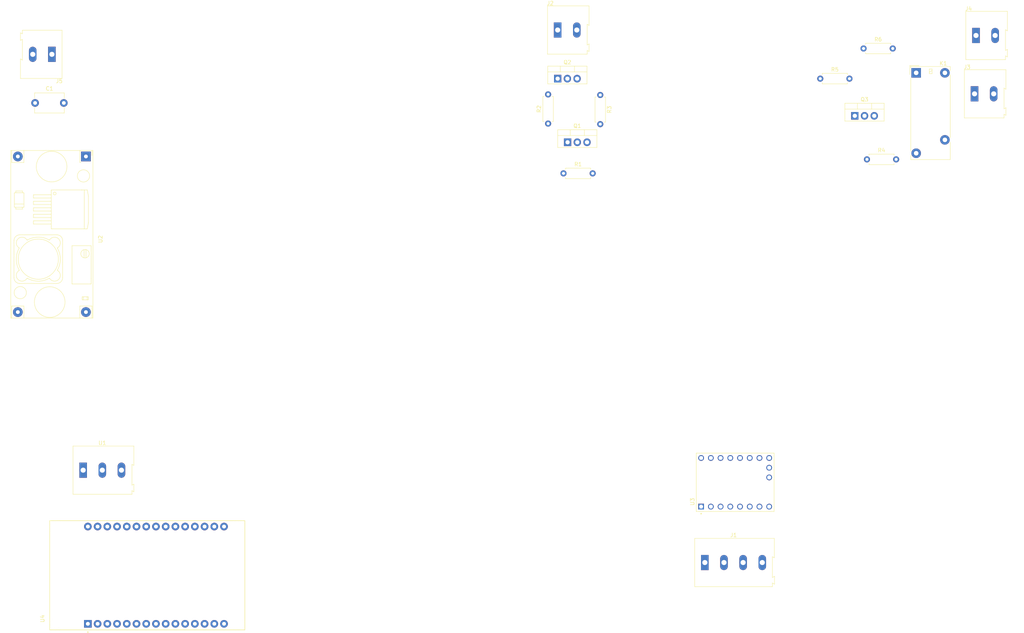
<source format=kicad_pcb>
(kicad_pcb (version 20221018) (generator pcbnew)
  (layers (0 "F.Cu" signal) (31 "B.Cu" signal) (34 "B.Paste" user) (35 "F.Paste" user) (36 "B.SilkS" user "B.Silkscreen") (37 "F.SilkS" user "F.Silkscreen") (38 "B.Mask" user) (39 "F.Mask" user) (44 "Edge.Cuts" user))
  (net 0 "")
  (net 1 "Net-(Q1-D)")
  (net 2 "GND")
  (net 3 "Net-(Q2-G)")
  (net 4 "+12V")
  (net 5 "Net-(J2-Pin_1)")
  (net 6 "Earth")
  (net 7 "+3.3V")
  (net 8 "Net-(J3-Pin_2)")
  (net 9 "AC")
  (net 10 "Net-(K1-Pad6)")
  (net 11 "/^signal_heater")
  (net 12 "/^signal_bubler_enable")
  (net 13 "Net-(Q3-D)")
  (net 14 "Net-(J1-Pin_1)")
  (net 15 "Net-(J1-Pin_2)")
  (net 16 "Net-(J1-Pin_3)")
  (net 17 "Net-(J1-Pin_4)")
  (net 18 "/signal_dir")
  (net 19 "/signal_step")
  (footprint "Resistor_THT:R_Axial_DIN0207_L6.3mm_D2.5mm_P7.62mm_Horizontal" (layer "F.Cu") (at 168.6052 34.7472 -90)
    (fp_text reference "R3" (at 3.81 -2.37 90) (layer "F.SilkS"))
    (fp_text value "10k")
    (fp_line (start 0.54 -1.37) (end 7.08 -1.37) (stroke (width 0.12)) (layer "F.SilkS"))
    (fp_line (start 0.54 -1.04) (end 0.54 -1.37) (stroke (width 0.12)) (layer "F.SilkS"))
    (fp_line (start 0.54 1.04) (end 0.54 1.37) (stroke (width 0.12)) (layer "F.SilkS"))
    (fp_line (start 0.54 1.37) (end 7.08 1.37) (stroke (width 0.12)) (layer "F.SilkS"))
    (fp_line (start 7.08 -1.37) (end 7.08 -1.04) (stroke (width 0.12)) (layer "F.SilkS"))
    (fp_line (start 7.08 1.37) (end 7.08 1.04) (stroke (width 0.12)) (layer "F.SilkS"))
    (pad "1" thru_hole circle (at 0 0 270) (size 1.6 1.6) (drill 0.8) (layers "*.Cu" "*.Mask") (net 4 "+12V"))
    (pad "2" thru_hole oval (at 7.62 0 270) (size 1.6 1.6) (drill 0.8) (layers "*.Cu" "*.Mask") (net 1 "Net-(Q1-D)"))
  )
  (footprint "Package_TO_SOT_THT:TO-220-3_Vertical" (layer "F.Cu") (at 235.077 40.188)
    (fp_text reference "Q3" (at 2.54 -4.27) (layer "F.SilkS"))
    (fp_text value "IRF3205")
    (fp_line (start -2.58 -3.27) (end -2.58 1.371) (stroke (width 0.12)) (layer "F.SilkS"))
    (fp_line (start -2.58 -3.27) (end 7.66 -3.27) (stroke (width 0.12)) (layer "F.SilkS"))
    (fp_line (start -2.58 -1.76) (end 7.66 -1.76) (stroke (width 0.12)) (layer "F.SilkS"))
    (fp_line (start -2.58 1.371) (end 7.66 1.371) (stroke (width 0.12)) (layer "F.SilkS"))
    (fp_line (start 0.69 -3.27) (end 0.69 -1.76) (stroke (width 0.12)) (layer "F.SilkS"))
    (fp_line (start 4.391 -3.27) (end 4.391 -1.76) (stroke (width 0.12)) (layer "F.SilkS"))
    (fp_line (start 7.66 -3.27) (end 7.66 1.371) (stroke (width 0.12)) (layer "F.SilkS"))
    (pad "1" thru_hole rect (at 0 0) (size 1.905 2) (drill 1.1) (layers "*.Cu" "*.Mask") (net 12 "/^signal_bubler_enable"))
    (pad "2" thru_hole oval (at 2.54 0) (size 1.905 2) (drill 1.1) (layers "*.Cu" "*.Mask") (net 13 "Net-(Q3-D)"))
    (pad "3" thru_hole oval (at 5.08 0) (size 1.905 2) (drill 1.1) (layers "*.Cu" "*.Mask") (net 2 "GND"))
  )
  (footprint "TerminalBlock:TerminalBlock_Altech_AK300-4_P5.00mm" (layer "F.Cu") (at 195.914 156.845)
    (fp_text reference "J1" (at 7.5 -7.15) (layer "F.SilkS"))
    (fp_text value "Screw_Terminal_Motor")
    (fp_line (start -2.65 -6.3) (end 18.15 -6.3) (stroke (width 0.12)) (layer "F.SilkS"))
    (fp_line (start -2.65 6.3) (end -2.65 -6.3) (stroke (width 0.12)) (layer "F.SilkS"))
    (fp_line (start 17.65 -1.5) (end 17.65 3.9) (stroke (width 0.12)) (layer "F.SilkS"))
    (fp_line (start 17.65 3.9) (end 18.2 3.6) (stroke (width 0.12)) (layer "F.SilkS"))
    (fp_line (start 17.65 5.35) (end 17.65 6.3) (stroke (width 0.12)) (layer "F.SilkS"))
    (fp_line (start 17.65 6.3) (end -2.65 6.3) (stroke (width 0.12)) (layer "F.SilkS"))
    (fp_line (start 18.15 -6.3) (end 18.15 -1.25) (stroke (width 0.12)) (layer "F.SilkS"))
    (fp_line (start 18.15 -1.25) (end 17.65 -1.5) (stroke (width 0.12)) (layer "F.SilkS"))
    (fp_line (start 18.2 3.6) (end 18.2 5.65) (stroke (width 0.12)) (layer "F.SilkS"))
    (fp_line (start 18.2 5.65) (end 17.65 5.35) (stroke (width 0.12)) (layer "F.SilkS"))
    (pad "1" thru_hole rect (at 0 0) (size 1.98 3.96) (drill 1.32) (layers "*.Cu" "*.Mask") (net 14 "Net-(J1-Pin_1)"))
    (pad "2" thru_hole oval (at 5 0) (size 1.98 3.96) (drill 1.32) (layers "*.Cu" "*.Mask") (net 15 "Net-(J1-Pin_2)"))
    (pad "3" thru_hole oval (at 10 0) (size 1.98 3.96) (drill 1.32) (layers "*.Cu" "*.Mask") (net 16 "Net-(J1-Pin_3)"))
    (pad "4" thru_hole oval (at 15 0) (size 1.98 3.96) (drill 1.32) (layers "*.Cu" "*.Mask") (net 17 "Net-(J1-Pin_4)"))
  )
  (footprint "Package_TO_SOT_THT:TO-220-3_Vertical" (layer "F.Cu") (at 160.0708 47.0916)
    (fp_text reference "Q1" (at 2.54 -4.27) (layer "F.SilkS"))
    (fp_text value "IRF3205")
    (fp_line (start -2.58 -3.27) (end -2.58 1.371) (stroke (width 0.12)) (layer "F.SilkS"))
    (fp_line (start -2.58 -3.27) (end 7.66 -3.27) (stroke (width 0.12)) (layer "F.SilkS"))
    (fp_line (start -2.58 -1.76) (end 7.66 -1.76) (stroke (width 0.12)) (layer "F.SilkS"))
    (fp_line (start -2.58 1.371) (end 7.66 1.371) (stroke (width 0.12)) (layer "F.SilkS"))
    (fp_line (start 0.69 -3.27) (end 0.69 -1.76) (stroke (width 0.12)) (layer "F.SilkS"))
    (fp_line (start 4.391 -3.27) (end 4.391 -1.76) (stroke (width 0.12)) (layer "F.SilkS"))
    (fp_line (start 7.66 -3.27) (end 7.66 1.371) (stroke (width 0.12)) (layer "F.SilkS"))
    (pad "1" thru_hole rect (at 0 0) (size 1.905 2) (drill 1.1) (layers "*.Cu" "*.Mask") (net 11 "/^signal_heater"))
    (pad "2" thru_hole oval (at 2.54 0) (size 1.905 2) (drill 1.1) (layers "*.Cu" "*.Mask") (net 1 "Net-(Q1-D)"))
    (pad "3" thru_hole oval (at 5.08 0) (size 1.905 2) (drill 1.1) (layers "*.Cu" "*.Mask") (net 2 "GND"))
  )
  (footprint "Resistor_THT:R_Axial_DIN0207_L6.3mm_D2.5mm_P7.62mm_Horizontal" (layer "F.Cu") (at 226.06 30.48)
    (fp_text reference "R5" (at 3.81 -2.37) (layer "F.SilkS"))
    (fp_text value "10k")
    (fp_line (start 0.54 -1.37) (end 7.08 -1.37) (stroke (width 0.12)) (layer "F.SilkS"))
    (fp_line (start 0.54 -1.04) (end 0.54 -1.37) (stroke (width 0.12)) (layer "F.SilkS"))
    (fp_line (start 0.54 1.04) (end 0.54 1.37) (stroke (width 0.12)) (layer "F.SilkS"))
    (fp_line (start 0.54 1.37) (end 7.08 1.37) (stroke (width 0.12)) (layer "F.SilkS"))
    (fp_line (start 7.08 -1.37) (end 7.08 -1.04) (stroke (width 0.12)) (layer "F.SilkS"))
    (fp_line (start 7.08 1.37) (end 7.08 1.04) (stroke (width 0.12)) (layer "F.SilkS"))
    (pad "1" thru_hole circle (at 0 0) (size 1.6 1.6) (drill 0.8) (layers "*.Cu" "*.Mask") (net 4 "+12V"))
    (pad "2" thru_hole oval (at 7.62 0) (size 1.6 1.6) (drill 0.8) (layers "*.Cu" "*.Mask") (net 13 "Net-(Q3-D)"))
  )
  (footprint "TerminalBlock:TerminalBlock_Altech_AK300-2_P5.00mm" (layer "F.Cu") (at 266.347 34.444)
    (fp_text reference "J3" (at -1.92 -6.99) (layer "F.SilkS"))
    (fp_text value "Screw_Terminal_Bubler")
    (fp_line (start -2.65 -6.3) (end -2.65 6.3) (stroke (width 0.12)) (layer "F.SilkS"))
    (fp_line (start -2.65 6.3) (end 7.7 6.3) (stroke (width 0.12)) (layer "F.SilkS"))
    (fp_line (start 7.7 -1.5) (end 8.2 -1.2) (stroke (width 0.12)) (layer "F.SilkS"))
    (fp_line (start 7.7 3.9) (end 7.7 -1.5) (stroke (width 0.12)) (layer "F.SilkS"))
    (fp_line (start 7.7 5.35) (end 8.2 5.6) (stroke (width 0.12)) (layer "F.SilkS"))
    (fp_line (start 7.7 6.3) (end 7.7 5.35) (stroke (width 0.12)) (layer "F.SilkS"))
    (fp_line (start 8.2 -6.3) (end -2.65 -6.3) (stroke (width 0.12)) (layer "F.SilkS"))
    (fp_line (start 8.2 -1.2) (end 8.2 -6.3) (stroke (width 0.12)) (layer "F.SilkS"))
    (fp_line (start 8.2 3.65) (end 7.7 3.9) (stroke (width 0.12)) (layer "F.SilkS"))
    (fp_line (start 8.2 3.7) (end 8.2 3.65) (stroke (width 0.12)) (layer "F.SilkS"))
    (fp_line (start 8.2 5.6) (end 8.2 3.7) (stroke (width 0.12)) (layer "F.SilkS"))
    (pad "1" thru_hole rect (at 0 0) (size 1.98 3.96) (drill 1.32) (layers "*.Cu" "*.Mask") (net 6 "Earth"))
    (pad "2" thru_hole oval (at 5 0) (size 1.98 3.96) (drill 1.32) (layers "*.Cu" "*.Mask") (net 8 "Net-(J3-Pin_2)"))
  )
  (footprint "Capacitor_THT:C_Disc_D7.5mm_W5.0mm_P7.50mm" (layer "F.Cu") (at 21.015 36.83)
    (fp_text reference "C1" (at 3.75 -3.75) (layer "F.SilkS"))
    (fp_text value "C 16V 100nF")
    (fp_line (start -0.12 -2.62) (end -0.12 -1.256) (stroke (width 0.12)) (layer "F.SilkS"))
    (fp_line (start -0.12 -2.62) (end 7.62 -2.62) (stroke (width 0.12)) (layer "F.SilkS"))
    (fp_line (start -0.12 1.256) (end -0.12 2.62) (stroke (width 0.12)) (layer "F.SilkS"))
    (fp_line (start -0.12 2.62) (end 7.62 2.62) (stroke (width 0.12)) (layer "F.SilkS"))
    (fp_line (start 7.62 -2.62) (end 7.62 -1.256) (stroke (width 0.12)) (layer "F.SilkS"))
    (fp_line (start 7.62 1.256) (end 7.62 2.62) (stroke (width 0.12)) (layer "F.SilkS"))
    (pad "1" thru_hole circle (at 0 0) (size 2 2) (drill 1) (layers "*.Cu" "*.Mask") (net 2 "GND"))
    (pad "2" thru_hole circle (at 7.5 0) (size 2 2) (drill 1) (layers "*.Cu" "*.Mask") (net 4 "+12V"))
  )
  (footprint "Resistor_THT:R_Axial_DIN0207_L6.3mm_D2.5mm_P7.62mm_Horizontal" (layer "F.Cu") (at 238.252 51.562)
    (fp_text reference "R4" (at 3.81 -2.37) (layer "F.SilkS"))
    (fp_text value "10k")
    (fp_line (start 0.54 -1.37) (end 7.08 -1.37) (stroke (width 0.12)) (layer "F.SilkS"))
    (fp_line (start 0.54 -1.04) (end 0.54 -1.37) (stroke (width 0.12)) (layer "F.SilkS"))
    (fp_line (start 0.54 1.04) (end 0.54 1.37) (stroke (width 0.12)) (layer "F.SilkS"))
    (fp_line (start 0.54 1.37) (end 7.08 1.37) (stroke (width 0.12)) (layer "F.SilkS"))
    (fp_line (start 7.08 -1.37) (end 7.08 -1.04) (stroke (width 0.12)) (layer "F.SilkS"))
    (fp_line (start 7.08 1.37) (end 7.08 1.04) (stroke (width 0.12)) (layer "F.SilkS"))
    (pad "1" thru_hole circle (at 0 0) (size 1.6 1.6) (drill 0.8) (layers "*.Cu" "*.Mask") (net 12 "/^signal_bubler_enable"))
    (pad "2" thru_hole oval (at 7.62 0) (size 1.6 1.6) (drill 0.8) (layers "*.Cu" "*.Mask") (net 2 "GND"))
  )
  (footprint "local_lib:YAAJ_DCDC_StepDown_LM2596" (layer "F.Cu") (at 34.29 50.8 -90)
    (fp_text reference "U2" (at 21.59 -3.81 90) (layer "F.SilkS"))
    (fp_text value "YAAJ_DCDC_StepDown_LM2596")
    (fp_line (start -1.555 -1.835) (end -1.555 19.615) (stroke (width 0.12)) (layer "F.SilkS"))
    (fp_line (start -1.555 19.615) (end 42.195 19.615) (stroke (width 0.12)) (layer "F.SilkS"))
    (fp_line (start -1.55 -1.58) (end -0.25 -1.58) (stroke (width 0.12)) (layer "F.SilkS"))
    (fp_line (start -1.55 1.575) (end 1.58 1.58) (stroke (width 0.12)) (layer "F.SilkS"))
    (fp_line (start -1.55 16.2) (end 1.58 16.2) (stroke (width 0.12)) (layer "F.SilkS"))
    (fp_line (start -1.55 19.36) (end 1.58 19.36) (stroke (width 0.12)) (layer "F.SilkS"))
    (fp_line (start 1.58 1.27) (end 1.58 1.58) (stroke (width 0.12)) (layer "F.SilkS"))
    (fp_line (start 1.58 16.2) (end 1.58 19.36) (stroke (width 0.12)) (layer "F.SilkS"))
    (fp_line (start 8.749233 1.004149) (end 8.749233 1.165687) (stroke (width 0.12)) (layer "F.SilkS"))
    (fp_line (start 8.750233 -0.36239) (end 10.400233 -0.653329) (stroke (width 0.12)) (layer "F.SilkS"))
    (fp_line (start 8.750233 8.989106) (end 8.750233 -0.36239) (stroke (width 0.12)) (layer "F.SilkS"))
    (fp_line (start 8.750233 8.989106) (end 8.827797 9.06667) (stroke (width 0.12)) (layer "F.SilkS"))
    (fp_line (start 8.827797 9.06667) (end 18.83267 9.06667) (stroke (width 0.12)) (layer "F.SilkS"))
    (fp_line (start 9.031636 16.558217) (end 9.481636 16.558217) (stroke (width 0.12)) (layer "F.SilkS"))
    (fp_line (start 9.031636 18.308217) (end 9.031636 16.558217) (stroke (width 0.12)) (layer "F.SilkS"))
    (fp_line (start 9.481636 18.308217) (end 9.031636 18.308217) (stroke (width 0.12)) (layer "F.SilkS"))
    (fp_line (start 9.481636 18.583217) (end 9.481636 16.283217) (stroke (width 0.12)) (layer "F.SilkS"))
    (fp_line (start 9.581636 16.183217) (end 13.181636 16.183217) (stroke (width 0.12)) (layer "F.SilkS"))
    (fp_line (start 10.010233 13.69667) (end 10.010233 9.06667) (stroke (width 0.12)) (layer "F.SilkS"))
    (fp_line (start 10.010233 13.69667) (end 10.850233 13.69667) (stroke (width 0.12)) (layer "F.SilkS"))
    (fp_line (start 10.400233 -0.653329) (end 17.260233 -0.653329) (stroke (width 0.12)) (layer "F.SilkS"))
    (fp_line (start 10.850233 13.69667) (end 10.850233 9.06667) (stroke (width 0.12)) (layer "F.SilkS"))
    (fp_line (start 11.710233 13.69667) (end 11.710233 9.06667) (stroke (width 0.12)) (layer "F.SilkS"))
    (fp_line (start 11.710233 13.69667) (end 12.550233 13.69667) (stroke (width 0.12)) (layer "F.SilkS"))
    (fp_line (start 12.411358 16.283217) (end 12.411358 18.583217) (stroke (width 0.12)) (layer "F.SilkS"))
    (fp_line (start 12.550233 13.69667) (end 12.550233 9.06667) (stroke (width 0.12)) (layer "F.SilkS"))
    (fp_line (start 13.181636 18.683217) (end 9.581636 18.683217) (stroke (width 0.12)) (layer "F.SilkS"))
    (fp_line (start 13.281636 16.283217) (end 13.281636 18.583217) (stroke (width 0.12)) (layer "F.SilkS"))
    (fp_line (start 13.281636 16.558217) (end 13.731636 16.558217) (stroke (width 0.12)) (layer "F.SilkS"))
    (fp_line (start 13.282636 16.794696) (end 13.282636 16.700144) (stroke (width 0.12)) (layer "F.SilkS"))
    (fp_line (start 13.410233 13.69667) (end 13.410233 9.06667) (stroke (width 0.12)) (layer "F.SilkS"))
    (fp_line (start 13.410233 13.69667) (end 14.250233 13.69667) (stroke (width 0.12)) (layer "F.SilkS"))
    (fp_line (start 13.731636 16.558217) (end 13.731636 18.308217) (stroke (width 0.12)) (layer "F.SilkS"))
    (fp_line (start 13.731636 18.308217) (end 13.281636 18.308217) (stroke (width 0.12)) (layer "F.SilkS"))
    (fp_line (start 14.250233 13.69667) (end 14.250233 9.06667) (stroke (width 0.12)) (layer "F.SilkS"))
    (fp_line (start 15.110233 13.69667) (end 15.110233 9.06667) (stroke (width 0.12)) (layer "F.SilkS"))
    (fp_line (start 15.110233 13.69667) (end 15.950233 13.69667) (stroke (width 0.12)) (layer "F.SilkS"))
    (fp_line (start 15.950233 13.69667) (end 15.950233 9.06667) (stroke (width 0.12)) (layer "F.SilkS"))
    (fp_line (start 16.810233 13.69667) (end 16.810233 9.06667) (stroke (width 0.12)) (layer "F.SilkS"))
    (fp_line (start 16.810233 13.69667) (end 17.650233 13.69667) (stroke (width 0.12)) (layer "F.SilkS"))
    (fp_line (start 17.260233 -0.653329) (end 18.910233 -0.36239) (stroke (width 0.12)) (layer "F.SilkS"))
    (fp_line (start 17.650233 13.69667) (end 17.650233 9.06667) (stroke (width 0.12)) (layer "F.SilkS"))
    (fp_line (start 18.83267 9.06667) (end 18.910233 8.989106) (stroke (width 0.12)) (layer "F.SilkS"))
    (fp_line (start 18.910233 0.42667) (end 8.750233 0.42667) (stroke (width 0.12)) (layer "F.SilkS"))
    (fp_line (start 18.910233 8.989106) (end 18.910233 -0.36239) (stroke (width 0.12)) (layer "F.SilkS"))
    (fp_line (start 20.467397 7.585796) (end 20.467397 17.285796) (stroke (width 0.12)) (layer "F.SilkS"))
    (fp_line (start 21.967397 18.785796) (end 31.667397 18.785796) (stroke (width 0.12)) (layer "F.SilkS"))
    (fp_line (start 23.299783 3.582294) (end 23.299783 -1.317705) (stroke (width 0.12)) (layer "F.SilkS"))
    (fp_line (start 23.349783 -1.367705) (end 33.249783 -1.367705) (stroke (width 0.12)) (layer "F.SilkS"))
    (fp_line (start 24.336385 -0.0491) (end 24.360553 -0.017705) (stroke (width 0.12)) (layer "F.SilkS"))
    (fp_line (start 24.348594 0.007294) (end 24.324147 0.002062) (stroke (width 0.12)) (layer "F.SilkS"))
    (fp_line (start 24.348594 0.007294) (end 24.355764 -0.023925) (stroke (width 0.12)) (layer "F.SilkS"))
    (fp_line (start 24.348594 0.007294) (end 24.360553 -0.017705) (stroke (width 0.12)) (layer "F.SilkS"))
    (fp_line (start 24.360553 0.482294) (end 26.439014 0.482294) (stroke (width 0.12)) (layer "F.SilkS"))
    (fp_line (start 26.439014 -0.017705) (end 24.360553 -0.017705) (stroke (width 0.12)) (layer "F.SilkS"))
    (fp_line (start 31.667397 6.085796) (end 21.967397 6.085796) (stroke (width 0.12)) (layer "F.SilkS"))
    (fp_line (start 31.858978 -1.368705) (end 31.814106 -1.368705) (stroke (width 0.12)) (layer "F.SilkS"))
    (fp_line (start 31.942312 -1.368705) (end 31.908357 -1.368705) (stroke (width 0.12)) (layer "F.SilkS"))
    (fp_line (start 33.167397 17.285796) (end 33.167397 7.585796) (stroke (width 0.12)) (layer "F.SilkS"))
    (fp_line (start 33.249783 3.632294) (end 23.349783 3.632294) (stroke (width 0.12)) (layer "F.SilkS"))
    (fp_line (start 33.299783 -1.317705) (end 33.299783 3.582294) (stroke (width 0.12)) (layer "F.SilkS"))
    (fp_line (start 36.648681 -0.299704) (end 37.448681 -0.299704) (stroke (width 0.12)) (layer "F.SilkS"))
    (fp_line (start 36.648681 0.980295) (end 36.648681 -0.619704) (stroke (width 0.12)) (layer "F.SilkS"))
    (fp_line (start 37.448681 -0.619704) (end 36.648681 -0.619704) (stroke (width 0.12)) (layer "F.SilkS"))
    (fp_line (start 37.448681 -0.619704) (end 37.448681 0.980295) (stroke (width 0.12)) (layer "F.SilkS"))
    (fp_line (start 37.448681 0.660295) (end 36.648681 0.660295) (stroke (width 0.12)) (layer "F.SilkS"))
    (fp_line (start 37.448681 0.980295) (end 36.648681 0.980295) (stroke (width 0.12)) (layer "F.SilkS"))
    (fp_line (start 39.06 -1.58) (end 42.175 -1.58) (stroke (width 0.12)) (layer "F.SilkS"))
    (fp_line (start 39.06 1.58) (end 39.06 -1.58) (stroke (width 0.12)) (layer "F.SilkS"))
    (fp_line (start 39.06 1.58) (end 42.22 1.58) (stroke (width 0.12)) (layer "F.SilkS"))
    (fp_line (start 39.06 16.2) (end 42.175 16.2) (stroke (width 0.12)) (layer "F.SilkS"))
    (fp_line (start 39.06 19.36) (end 39.06 16.2) (stroke (width 0.12)) (layer "F.SilkS"))
    (fp_line (start 39.06 19.36) (end 42.175 19.36) (stroke (width 0.12)) (layer "F.SilkS"))
    (fp_line (start 42.195 -1.835) (end -1.555 -1.835) (stroke (width 0.12)) (layer "F.SilkS"))
    (fp_line (start 42.195 19.615) (end 42.195 -1.835) (stroke (width 0.12)) (layer "F.SilkS"))
    (fp_arc (start 9.481636 16.283217) (mid 9.510921 16.212508) (end 9.581636 16.183217) (stroke (width 0.12)) (layer "F.SilkS"))
    (fp_arc (start 9.581636 18.683217) (mid 9.510896 18.653941) (end 9.481636 18.583217) (stroke (width 0.12)) (layer "F.SilkS"))
    (fp_arc (start 13.181636 16.183217) (mid 13.252317 16.21252) (end 13.281636 16.283217) (stroke (width 0.12)) (layer "F.SilkS"))
    (fp_arc (start 13.281636 18.583217) (mid 13.252343 18.653929) (end 13.181636 18.683217) (stroke (width 0.12)) (layer "F.SilkS"))
    (fp_arc (start 20.467397 7.585796) (mid 20.906738 6.525137) (end 21.967397 6.085796) (stroke (width 0.12)) (layer "F.SilkS"))
    (fp_arc (start 21.781131 9.46601) (mid 21.825179 9.52623) (end 21.815218 9.600183) (stroke (width 0.12)) (layer "F.SilkS"))
    (fp_arc (start 21.781132 9.466011) (mid 21.514101 7.132501) (end 23.847611 7.399531) (stroke (width 0.12)) (layer "F.SilkS"))
    (fp_arc (start 21.815217 15.271409) (mid 21.825126 15.345337) (end 21.781132 15.405582) (stroke (width 0.12)) (layer "F.SilkS"))
    (fp_arc (start 21.815218 15.27141) (mid 21.067399 12.435797) (end 21.815218 9.600183) (stroke (width 0.12)) (layer "F.SilkS"))
    (fp_arc (start 21.967397 18.785796) (mid 20.90674 18.346455) (end 20.467397 17.285796) (stroke (width 0.12)) (layer "F.SilkS"))
    (fp_arc (start 23.299783 -1.317705) (mid 23.314428 -1.353063) (end 23.349783 -1.367705) (stroke (width 0.12)) (layer "F.SilkS"))
    (fp_arc (start 23.349783 3.632294) (mid 23.314441 3.617643) (end 23.299783 3.582294) (stroke (width 0.12)) (layer "F.SilkS"))
    (fp_arc (start 23.847611 17.472062) (mid 21.514153 17.739048) (end 21.781132 15.405582) (stroke (width 0.12)) (layer "F.SilkS"))
    (fp_arc (start 23.847611 17.472062) (mid 23.90785 17.428041) (end 23.981783 17.437976) (stroke (width 0.12)) (layer "F.SilkS"))
    (fp_arc (start 23.981783 7.433617) (mid 23.907854 7.443509) (end 23.847611 7.399531) (stroke (width 0.12)) (layer "F.SilkS"))
    (fp_arc (start 23.981784 7.433617) (mid 26.817398 6.685796) (end 29.653011 7.433617) (stroke (width 0.12)) (layer "F.SilkS"))
    (fp_arc (start 24.324148 0.462527) (mid 26.469639 -0.023582) (end 24.336385 0.51369) (stroke (width 0.12)) (layer "F.SilkS"))
    (fp_arc (start 29.653011 17.437976) (mid 26.817397 18.185797) (end 23.981783 17.437976) (stroke (width 0.12)) (layer "F.SilkS"))
    (fp_arc (start 29.653011 17.437976) (mid 29.726938 17.428069) (end 29.787183 17.472062) (stroke (width 0.12)) (layer "F.SilkS"))
    (fp_arc (start 29.787183 7.399531) (mid 29.726945 7.443551) (end 29.653011 7.433617) (stroke (width 0.12)) (layer "F.SilkS"))
    (fp_arc (start 29.787183 7.399531) (mid 32.120655 7.132547) (end 31.853662 9.466011) (stroke (width 0.12)) (layer "F.SilkS"))
    (fp_arc (start 31.667397 6.085796) (mid 32.728061 6.525135) (end 33.167397 7.585796) (stroke (width 0.12)) (layer "F.SilkS"))
    (fp_arc (start 31.819576 9.600183) (mid 32.567399 12.435797) (end 31.819576 15.27141) (stroke (width 0.12)) (layer "F.SilkS"))
    (fp_arc (start 31.819577 9.600184) (mid 31.809685 9.526255) (end 31.853662 9.466011) (stroke (width 0.12)) (layer "F.SilkS"))
    (fp_arc (start 31.853662 15.405582) (mid 32.120701 17.739101) (end 29.787183 17.472062) (stroke (width 0.12)) (layer "F.SilkS"))
    (fp_arc (start 31.853663 15.405583) (mid 31.809646 15.345344) (end 31.819576 15.27141) (stroke (width 0.12)) (layer "F.SilkS"))
    (fp_arc (start 33.167397 17.285796) (mid 32.728058 18.346458) (end 31.667397 18.785796) (stroke (width 0.12)) (layer "F.SilkS"))
    (fp_arc (start 33.249783 -1.367705) (mid 33.285151 -1.353067) (end 33.299783 -1.317705) (stroke (width 0.12)) (layer "F.SilkS"))
    (fp_arc (start 33.299783 3.582294) (mid 33.285139 3.617647) (end 33.249783 3.632294) (stroke (width 0.12)) (layer "F.SilkS"))
    (fp_circle (center 2.646666 8.957418) (end 6.646666 8.957418) (stroke (width 0.12)) (fill none) (layer "F.SilkS"))
    (fp_circle (center 5.08 0.635) (end 6.678999 0.635) (stroke (width 0.12)) (fill none) (layer "F.SilkS"))
    (fp_circle (center 9.673179 8.154594) (end 10.048179 8.154594) (stroke (width 0.12)) (fill none) (layer "F.SilkS"))
    (fp_circle (center 26.817397 12.435796) (end 32.067397 12.435796) (stroke (width 0.12)) (fill none) (layer "F.SilkS"))
    (fp_circle (center 35.56 17.145) (end 37.159 17.145) (stroke (width 0.12)) (fill none) (layer "F.SilkS"))
    (fp_circle (center 38.029307 9.455206) (end 42.029307 9.455206) (stroke (width 0.12)) (fill none) (layer "F.SilkS"))
    (pad "1" thru_hole rect (at 0 0 270) (size 2.54 2.54) (drill 1) (layers "*.Cu" "*.Mask") (net 4 "+12V"))
    (pad "2" thru_hole circle (at 0 17.78 270) (size 2.54 2.54) (drill 1) (layers "*.Cu" "*.Mask") (net 2 "GND"))
    (pad "3" thru_hole circle (at 40.64 17.78 270) (size 2.54 2.54) (drill 1) (layers "*.Cu" "*.Mask") (net 2 "GND"))
    (pad "4" thru_hole circle (at 40.64 0 270) (size 2.54 2.54) (drill 1) (layers "*.Cu" "*.Mask") (net 7 "+3.3V"))
  )
  (footprint "Resistor_THT:R_Axial_DIN0207_L6.3mm_D2.5mm_P7.62mm_Horizontal" (layer "F.Cu") (at 237.363 22.606)
    (fp_text reference "R6" (at 3.81 -2.37) (layer "F.SilkS"))
    (fp_text value "10k")
    (fp_line (start 0.54 -1.37) (end 7.08 -1.37) (stroke (width 0.12)) (layer "F.SilkS"))
    (fp_line (start 0.54 -1.04) (end 0.54 -1.37) (stroke (width 0.12)) (layer "F.SilkS"))
    (fp_line (start 0.54 1.04) (end 0.54 1.37) (stroke (width 0.12)) (layer "F.SilkS"))
    (fp_line (start 0.54 1.37) (end 7.08 1.37) (stroke (width 0.12)) (layer "F.SilkS"))
    (fp_line (start 7.08 -1.37) (end 7.08 -1.04) (stroke (width 0.12)) (layer "F.SilkS"))
    (fp_line (start 7.08 1.37) (end 7.08 1.04) (stroke (width 0.12)) (layer "F.SilkS"))
    (pad "1" thru_hole circle (at 0 0) (size 1.6 1.6) (drill 0.8) (layers "*.Cu" "*.Mask") (net 13 "Net-(Q3-D)"))
    (pad "2" thru_hole oval (at 7.62 0) (size 1.6 1.6) (drill 0.8) (layers "*.Cu" "*.Mask") (net 10 "Net-(K1-Pad6)"))
  )
  (footprint "TerminalBlock:TerminalBlock_Altech_AK300-2_P5.00mm" (layer "F.Cu") (at 25.4 24.13 180)
    (fp_text reference "J5" (at -1.92 -6.99 180) (layer "F.SilkS"))
    (fp_text value "Screw_Terminal_DC_Power")
    (fp_line (start -2.65 -6.3) (end -2.65 6.3) (stroke (width 0.12)) (layer "F.SilkS"))
    (fp_line (start -2.65 6.3) (end 7.7 6.3) (stroke (width 0.12)) (layer "F.SilkS"))
    (fp_line (start 7.7 -1.5) (end 8.2 -1.2) (stroke (width 0.12)) (layer "F.SilkS"))
    (fp_line (start 7.7 3.9) (end 7.7 -1.5) (stroke (width 0.12)) (layer "F.SilkS"))
    (fp_line (start 7.7 5.35) (end 8.2 5.6) (stroke (width 0.12)) (layer "F.SilkS"))
    (fp_line (start 7.7 6.3) (end 7.7 5.35) (stroke (width 0.12)) (layer "F.SilkS"))
    (fp_line (start 8.2 -6.3) (end -2.65 -6.3) (stroke (width 0.12)) (layer "F.SilkS"))
    (fp_line (start 8.2 -1.2) (end 8.2 -6.3) (stroke (width 0.12)) (layer "F.SilkS"))
    (fp_line (start 8.2 3.65) (end 7.7 3.9) (stroke (width 0.12)) (layer "F.SilkS"))
    (fp_line (start 8.2 3.7) (end 8.2 3.65) (stroke (width 0.12)) (layer "F.SilkS"))
    (fp_line (start 8.2 5.6) (end 8.2 3.7) (stroke (width 0.12)) (layer "F.SilkS"))
    (pad "1" thru_hole rect (at 0 0 180) (size 1.98 3.96) (drill 1.32) (layers "*.Cu" "*.Mask") (net 4 "+12V"))
    (pad "2" thru_hole oval (at 5 0 180) (size 1.98 3.96) (drill 1.32) (layers "*.Cu" "*.Mask") (net 2 "GND"))
  )
  (footprint "Resistor_THT:R_Axial_DIN0207_L6.3mm_D2.5mm_P7.62mm_Horizontal" (layer "F.Cu") (at 159.004 55.2196)
    (fp_text reference "R1" (at 3.81 -2.37) (layer "F.SilkS"))
    (fp_text value "10k")
    (fp_line (start 0.54 -1.37) (end 7.08 -1.37) (stroke (width 0.12)) (layer "F.SilkS"))
    (fp_line (start 0.54 -1.04) (end 0.54 -1.37) (stroke (width 0.12)) (layer "F.SilkS"))
    (fp_line (start 0.54 1.04) (end 0.54 1.37) (stroke (width 0.12)) (layer "F.SilkS"))
    (fp_line (start 0.54 1.37) (end 7.08 1.37) (stroke (width 0.12)) (layer "F.SilkS"))
    (fp_line (start 7.08 -1.37) (end 7.08 -1.04) (stroke (width 0.12)) (layer "F.SilkS"))
    (fp_line (start 7.08 1.37) (end 7.08 1.04) (stroke (width 0.12)) (layer "F.SilkS"))
    (pad "1" thru_hole circle (at 0 0) (size 1.6 1.6) (drill 0.8) (layers "*.Cu" "*.Mask") (net 11 "/^signal_heater"))
    (pad "2" thru_hole oval (at 7.62 0) (size 1.6 1.6) (drill 0.8) (layers "*.Cu" "*.Mask") (net 2 "GND"))
  )
  (footprint "Package_TO_SOT_THT:TO-220-3_Vertical" (layer "F.Cu") (at 157.48 30.48)
    (fp_text reference "Q2" (at 2.54 -4.27) (layer "F.SilkS"))
    (fp_text value "IRF3205")
    (fp_line (start -2.58 -3.27) (end -2.58 1.371) (stroke (width 0.12)) (layer "F.SilkS"))
    (fp_line (start -2.58 -3.27) (end 7.66 -3.27) (stroke (width 0.12)) (layer "F.SilkS"))
    (fp_line (start -2.58 -1.76) (end 7.66 -1.76) (stroke (width 0.12)) (layer "F.SilkS"))
    (fp_line (start -2.58 1.371) (end 7.66 1.371) (stroke (width 0.12)) (layer "F.SilkS"))
    (fp_line (start 0.69 -3.27) (end 0.69 -1.76) (stroke (width 0.12)) (layer "F.SilkS"))
    (fp_line (start 4.391 -3.27) (end 4.391 -1.76) (stroke (width 0.12)) (layer "F.SilkS"))
    (fp_line (start 7.66 -3.27) (end 7.66 1.371) (stroke (width 0.12)) (layer "F.SilkS"))
    (pad "1" thru_hole rect (at 0 0) (size 1.905 2) (drill 1.1) (layers "*.Cu" "*.Mask") (net 3 "Net-(Q2-G)"))
    (pad "2" thru_hole oval (at 2.54 0) (size 1.905 2) (drill 1.1) (layers "*.Cu" "*.Mask") (net 5 "Net-(J2-Pin_1)"))
    (pad "3" thru_hole oval (at 5.08 0) (size 1.905 2) (drill 1.1) (layers "*.Cu" "*.Mask") (net 2 "GND"))
  )
  (footprint "TerminalBlock:TerminalBlock_Altech_AK300-2_P5.00mm" (layer "F.Cu") (at 157.48 17.78)
    (fp_text reference "J2" (at -1.92 -6.99) (layer "F.SilkS"))
    (fp_text value "Screw_Terminal_Heater")
    (fp_line (start -2.65 -6.3) (end -2.65 6.3) (stroke (width 0.12)) (layer "F.SilkS"))
    (fp_line (start -2.65 6.3) (end 7.7 6.3) (stroke (width 0.12)) (layer "F.SilkS"))
    (fp_line (start 7.7 -1.5) (end 8.2 -1.2) (stroke (width 0.12)) (layer "F.SilkS"))
    (fp_line (start 7.7 3.9) (end 7.7 -1.5) (stroke (width 0.12)) (layer "F.SilkS"))
    (fp_line (start 7.7 5.35) (end 8.2 5.6) (stroke (width 0.12)) (layer "F.SilkS"))
    (fp_line (start 7.7 6.3) (end 7.7 5.35) (stroke (width 0.12)) (layer "F.SilkS"))
    (fp_line (start 8.2 -6.3) (end -2.65 -6.3) (stroke (width 0.12)) (layer "F.SilkS"))
    (fp_line (start 8.2 -1.2) (end 8.2 -6.3) (stroke (width 0.12)) (layer "F.SilkS"))
    (fp_line (start 8.2 3.65) (end 7.7 3.9) (stroke (width 0.12)) (layer "F.SilkS"))
    (fp_line (start 8.2 3.7) (end 8.2 3.65) (stroke (width 0.12)) (layer "F.SilkS"))
    (fp_line (start 8.2 5.6) (end 8.2 3.7) (stroke (width 0.12)) (layer "F.SilkS"))
    (pad "1" thru_hole rect (at 0 0) (size 1.98 3.96) (drill 1.32) (layers "*.Cu" "*.Mask") (net 5 "Net-(J2-Pin_1)"))
    (pad "2" thru_hole oval (at 5 0) (size 1.98 3.96) (drill 1.32) (layers "*.Cu" "*.Mask") (net 4 "+12V"))
  )
  (footprint "Resistor_THT:R_Axial_DIN0207_L6.3mm_D2.5mm_P7.62mm_Horizontal" (layer "F.Cu") (at 154.9908 42.2148 90)
    (fp_text reference "R2" (at 3.81 -2.37 90) (layer "F.SilkS"))
    (fp_text value "10k")
    (fp_line (start 0.54 -1.37) (end 7.08 -1.37) (stroke (width 0.12)) (layer "F.SilkS"))
    (fp_line (start 0.54 -1.04) (end 0.54 -1.37) (stroke (width 0.12)) (layer "F.SilkS"))
    (fp_line (start 0.54 1.04) (end 0.54 1.37) (stroke (width 0.12)) (layer "F.SilkS"))
    (fp_line (start 0.54 1.37) (end 7.08 1.37) (stroke (width 0.12)) (layer "F.SilkS"))
    (fp_line (start 7.08 -1.37) (end 7.08 -1.04) (stroke (width 0.12)) (layer "F.SilkS"))
    (fp_line (start 7.08 1.37) (end 7.08 1.04) (stroke (width 0.12)) (layer "F.SilkS"))
    (pad "1" thru_hole circle (at 0 0 90) (size 1.6 1.6) (drill 0.8) (layers "*.Cu" "*.Mask") (net 1 "Net-(Q1-D)"))
    (pad "2" thru_hole oval (at 7.62 0 90) (size 1.6 1.6) (drill 0.8) (layers "*.Cu" "*.Mask") (net 3 "Net-(Q2-G)"))
  )
  (footprint "local_lib:MODULE_ESP32_DEVKIT_V1" (layer "F.Cu") (at 50.313 160.147 90)
    (fp_text reference "U4" (at -11.355 -27.36 90) (layer "F.SilkS"))
    (fp_text value "ESP32-DEVKIT-V1")
    (fp_line (start -14.28 -25.475) (end -3.211 -25.475) (stroke (width 0.127)) (layer "F.SilkS"))
    (fp_line (start -14.28 -25.475) (end 14.23 -25.475) (stroke (width 0.127)) (layer "F.SilkS"))
    (fp_line (start -14.28 25.475) (end -14.28 -25.475) (stroke (width 0.127)) (layer "F.SilkS"))
    (fp_line (start -14.28 25.475) (end -14.28 -25.475) (stroke (width 0.127)) (layer "F.SilkS"))
    (fp_line (start -14.28 25.475) (end -8.91 25.475) (stroke (width 0.127)) (layer "F.SilkS"))
    (fp_line (start -8.91 25.475) (end 8.78 25.475) (stroke (width 0.127)) (layer "F.SilkS"))
    (fp_line (start -3.211 -25.475) (end 3.5 -25.475) (stroke (width 0.127)) (layer "F.SilkS"))
    (fp_line (start 3.5 -25.475) (end 14.23 -25.475) (stroke (width 0.127)) (layer "F.SilkS"))
    (fp_line (start 8.78 25.475) (end 14.23 25.475) (stroke (width 0.127)) (layer "F.SilkS"))
    (fp_line (start 14.23 -25.475) (end 14.23 25.475) (stroke (width 0.127)) (layer "F.SilkS"))
    (fp_line (start 14.23 -25.475) (end 14.23 25.475) (stroke (width 0.127)) (layer "F.SilkS"))
    (fp_line (start 14.23 25.475) (end -14.28 25.475) (stroke (width 0.127)) (layer "F.SilkS"))
    (fp_circle (center -14.85 -15.515) (end -14.75 -15.515) (stroke (width 0.2)) (fill none) (layer "F.SilkS"))
    (pad "" np_thru_hole circle (at -12.28 -23.475 90) (size 3 3) (drill 3) (layers "*.Cu" "*.Mask"))
    (pad "" np_thru_hole circle (at -12.28 23.475 90) (size 3 3) (drill 3) (layers "*.Cu" "*.Mask"))
    (pad "" np_thru_hole circle (at 12.23 -23.475 90) (size 3 3) (drill 3) (layers "*.Cu" "*.Mask"))
    (pad "" np_thru_hole circle (at 12.23 23.475 90) (size 3 3) (drill 3) (layers "*.Cu" "*.Mask"))
    (pad "1" thru_hole rect (at -12.7 -15.515 90) (size 2 2) (drill 1.02) (layers "*.Cu" "*.Mask"))
    (pad "2" thru_hole circle (at -12.7 -12.975 90) (size 2 2) (drill 1.02) (layers "*.Cu" "*.Mask") (net 2 "GND"))
    (pad "3" thru_hole circle (at -12.7 -10.435 90) (size 2 2) (drill 1.02) (layers "*.Cu" "*.Mask"))
    (pad "4" thru_hole circle (at -12.7 -7.895 90) (size 2 2) (drill 1.02) (layers "*.Cu" "*.Mask"))
    (pad "5" thru_hole circle (at -12.7 -5.355 90) (size 2 2) (drill 1.02) (layers "*.Cu" "*.Mask"))
    (pad "6" thru_hole circle (at -12.7 -2.815 90) (size 2 2) (drill 1.02) (layers "*.Cu" "*.Mask"))
    (pad "7" thru_hole circle (at -12.7 -0.275 90) (size 2 2) (drill 1.02) (layers "*.Cu" "*.Mask"))
    (pad "8" thru_hole circle (at -12.7 2.265 90) (size 2 2) (drill 1.02) (layers "*.Cu" "*.Mask"))
    (pad "9" thru_hole circle (at -12.7 4.805 90) (size 2 2) (drill 1.02) (layers "*.Cu" "*.Mask"))
    (pad "10" thru_hole circle (at -12.7 7.345 90) (size 2 2) (drill 1.02) (layers "*.Cu" "*.Mask"))
    (pad "11" thru_hole circle (at -12.7 9.885 90) (size 2 2) (drill 1.02) (layers "*.Cu" "*.Mask"))
    (pad "12" thru_hole circle (at -12.7 12.425 90) (size 2 2) (drill 1.02) (layers "*.Cu" "*.Mask"))
    (pad "13" thru_hole circle (at -12.7 14.965 90) (size 2 2) (drill 1.02) (layers "*.Cu" "*.Mask"))
    (pad "14" thru_hole circle (at -12.7 17.505 90) (size 2 2) (drill 1.02) (layers "*.Cu" "*.Mask"))
    (pad "15" thru_hole circle (at -12.7 20.045 90) (size 2 2) (drill 1.02) (layers "*.Cu" "*.Mask"))
    (pad "16" thru_hole circle (at 12.7 20.045 90) (size 2 2) (drill 1.02) (layers "*.Cu" "*.Mask"))
    (pad "17" thru_hole circle (at 12.7 17.505 90) (size 2 2) (drill 1.02) (layers "*.Cu" "*.Mask"))
    (pad "18" thru_hole circle (at 12.7 14.965 90) (size 2 2) (drill 1.02) (layers "*.Cu" "*.Mask"))
    (pad "19" thru_hole circle (at 12.7 12.425 90) (size 2 2) (drill 1.02) (layers "*.Cu" "*.Mask") (net 7 "+3.3V"))
    (pad "20" thru_hole circle (at 12.7 9.885 90) (size 2 2) (drill 1.02) (layers "*.Cu" "*.Mask") (net 18 "/signal_dir"))
    (pad "21" thru_hole circle (at 12.7 7.345 90) (size 2 2) (drill 1.02) (layers "*.Cu" "*.Mask"))
    (pad "22" thru_hole circle (at 12.7 4.805 90) (size 2 2) (drill 1.02) (layers "*.Cu" "*.Mask") (net 19 "/signal_step"))
    (pad "23" thru_hole circle (at 12.7 2.265 90) (size 2 2) (drill 1.02) (layers "*.Cu" "*.Mask"))
    (pad "24" thru_hole circle (at 12.7 -0.275 90) (size 2 2) (drill 1.02) (layers "*.Cu" "*.Mask"))
    (pad "25" thru_hole circle (at 12.7 -2.815 90) (size 2 2) (drill 1.02) (layers "*.Cu" "*.Mask"))
    (pad "26" thru_hole circle (at 12.7 -5.355 90) (size 2 2) (drill 1.02) (layers "*.Cu" "*.Mask"))
    (pad "27" thru_hole circle (at 12.7 -7.895 90) (size 2 2) (drill 1.02) (layers "*.Cu" "*.Mask"))
    (pad "28" thru_hole circle (at 12.7 -10.435 90) (size 2 2) (drill 1.02) (layers "*.Cu" "*.Mask"))
    (pad "29" thru_hole circle (at 12.7 -12.975 90) (size 2 2) (drill 1.02) (layers "*.Cu" "*.Mask") (net 2 "GND"))
    (pad "30" thru_hole circle (at 12.7 -15.515 90) (size 2 2) (drill 1.02) (layers "*.Cu" "*.Mask") (net 7 "+3.3V"))
  )
  (footprint "TerminalBlock:TerminalBlock_Altech_AK300-3_P5.00mm" (layer "F.Cu") (at 33.567 132.725)
    (fp_text reference "U1" (at 5 -7.1) (layer "F.SilkS"))
    (fp_text value "DS18B20 - temperature sensor")
    (fp_line (start -2.65 -6.3) (end -2.65 6.3) (stroke (width 0.12)) (layer "F.SilkS"))
    (fp_line (start -2.65 6.3) (end 12.75 6.3) (stroke (width 0.12)) (layer "F.SilkS"))
    (fp_line (start 12.75 -1.5) (end 13.25 -1.25) (stroke (width 0.12)) (layer "F.SilkS"))
    (fp_line (start 12.75 3.9) (end 12.75 -1.5) (stroke (width 0.12)) (layer "F.SilkS"))
    (fp_line (start 12.75 5.35) (end 13.25 5.65) (stroke (width 0.12)) (layer "F.SilkS"))
    (fp_line (start 12.75 6.3) (end 12.75 5.35) (stroke (width 0.12)) (layer "F.SilkS"))
    (fp_line (start 13.25 -6.3) (end -2.65 -6.3) (stroke (width 0.12)) (layer "F.SilkS"))
    (fp_line (start 13.25 -1.25) (end 13.25 -6.3) (stroke (width 0.12)) (layer "F.SilkS"))
    (fp_line (start 13.25 3.65) (end 12.75 3.9) (stroke (width 0.12)) (layer "F.SilkS"))
    (fp_line (start 13.25 5.65) (end 13.25 3.65) (stroke (width 0.12)) (layer "F.SilkS"))
    (pad "1" thru_hole rect (at 0 0) (size 1.98 3.96) (drill 1.32) (layers "*.Cu" "*.Mask") (net 2 "GND"))
    (pad "2" thru_hole oval (at 5 0) (size 1.98 3.96) (drill 1.32) (layers "*.Cu" "*.Mask") (net 7 "+3.3V"))
    (pad "3" thru_hole oval (at 10 0) (size 1.98 3.96) (drill 1.32) (layers "*.Cu" "*.Mask") (net 2 "GND"))
  )
  (footprint "local_lib:MODULE_TMC2209_SILENTSTEPSTICK" (layer "F.Cu") (at 203.835 135.89 90)
    (fp_text reference "U3" (at -5.075 -11.155 90) (layer "F.SilkS"))
    (fp_text value "TMC2209_SILENTSTEPSTICK")
    (fp_line (start -7.62 -10.16) (end 7.62 -10.16) (stroke (width 0.127)) (layer "F.SilkS"))
    (fp_line (start -7.62 10.16) (end -7.62 -10.16) (stroke (width 0.127)) (layer "F.SilkS"))
    (fp_line (start 7.62 -10.16) (end 7.62 10.16) (stroke (width 0.127)) (layer "F.SilkS"))
    (fp_line (start 7.62 10.16) (end -7.62 10.16) (stroke (width 0.127)) (layer "F.SilkS"))
    (fp_circle (center -8.2 -8.89) (end -8.1 -8.89) (stroke (width 0.2)) (fill none) (layer "F.SilkS"))
    (pad "1" thru_hole rect (at -6.35 -8.89 90) (size 1.508 1.508) (drill 1) (layers "*.Cu" "*.Mask") (net 2 "GND"))
    (pad "2" thru_hole circle (at -6.35 -6.35 90) (size 1.508 1.508) (drill 1) (layers "*.Cu" "*.Mask") (net 7 "+3.3V"))
    (pad "3" thru_hole circle (at -6.35 -3.81 90) (size 1.508 1.508) (drill 1) (layers "*.Cu" "*.Mask") (net 16 "Net-(J1-Pin_3)"))
    (pad "4" thru_hole circle (at -6.35 -1.27 90) (size 1.508 1.508) (drill 1) (layers "*.Cu" "*.Mask") (net 14 "Net-(J1-Pin_1)"))
    (pad "5" thru_hole circle (at -6.35 1.27 90) (size 1.508 1.508) (drill 1) (layers "*.Cu" "*.Mask") (net 15 "Net-(J1-Pin_2)"))
    (pad "6" thru_hole circle (at -6.35 3.81 90) (size 1.508 1.508) (drill 1) (layers "*.Cu" "*.Mask") (net 17 "Net-(J1-Pin_4)"))
    (pad "7" thru_hole circle (at -6.35 6.35 90) (size 1.508 1.508) (drill 1) (layers "*.Cu" "*.Mask") (net 2 "GND"))
    (pad "8" thru_hole circle (at -6.35 8.89 90) (size 1.508 1.508) (drill 1) (layers "*.Cu" "*.Mask") (net 4 "+12V"))
    (pad "9" thru_hole circle (at 6.35 -8.89 90) (size 1.508 1.508) (drill 1) (layers "*.Cu" "*.Mask") (net 18 "/signal_dir"))
    (pad "10" thru_hole circle (at 6.35 -6.35 90) (size 1.508 1.508) (drill 1) (layers "*.Cu" "*.Mask") (net 19 "/signal_step"))
    (pad "11" thru_hole circle (at 6.35 -3.81 90) (size 1.508 1.508) (drill 1) (layers "*.Cu" "*.Mask"))
    (pad "12" thru_hole circle (at 6.35 -1.27 90) (size 1.508 1.508) (drill 1) (layers "*.Cu" "*.Mask"))
    (pad "13" thru_hole circle (at 6.35 1.27 90) (size 1.508 1.508) (drill 1) (layers "*.Cu" "*.Mask"))
    (pad "14" thru_hole circle (at 6.35 3.81 90) (size 1.508 1.508) (drill 1) (layers "*.Cu" "*.Mask"))
    (pad "15" thru_hole circle (at 6.35 6.35 90) (size 1.508 1.508) (drill 1) (layers "*.Cu" "*.Mask"))
    (pad "16" thru_hole circle (at 6.35 8.89 90) (size 1.508 1.508) (drill 1) (layers "*.Cu" "*.Mask") (net 2 "GND"))
    (pad "17" thru_hole circle (at 1.27 8.89 90) (size 1.508 1.508) (drill 1) (layers "*.Cu" "*.Mask"))
    (pad "18" thru_hole circle (at 3.81 8.89 90) (size 1.508 1.508) (drill 1) (layers "*.Cu" "*.Mask"))
  )
  (footprint "Relay_THT:Relay_1P1T_NO_10x24x18.8mm_Panasonic_ADW11xxxxW_THT" (layer "F.Cu") (at 251.1045 28.9625)
    (fp_text reference "K1" (at 7.08 -2.46 180) (layer "F.SilkS"))
    (fp_text value "ADW11")
    (fp_line (start -1.65 -1.9) (end 0.75 -1.9) (stroke (width 0.12)) (layer "F.SilkS"))
    (fp_line (start -1.65 0.44) (end -1.65 -1.9) (stroke (width 0.12)) (layer "F.SilkS"))
    (fp_line (start -1.4 -1.65) (end -1.4 -1.31) (stroke (width 0.12)) (layer "F.SilkS"))
    (fp_line (start -1.4 1.31) (end -1.4 20.49) (stroke (width 0.12)) (layer "F.SilkS"))
    (fp_line (start -1.4 22.65) (end -1.4 21.51) (stroke (width 0.12)) (layer "F.SilkS"))
    (fp_line (start 3.45 -1) (end 3.45 0.2) (stroke (width 0.12)) (layer "F.SilkS"))
    (fp_line (start 3.45 -0.2) (end 4.15 -0.6) (stroke (width 0.12)) (layer "F.SilkS"))
    (fp_line (start 3.45 0.2) (end 4.15 0.2) (stroke (width 0.12)) (layer "F.SilkS"))
    (fp_line (start 4.15 -1) (end 3.45 -1) (stroke (width 0.12)) (layer "F.SilkS"))
    (fp_line (start 4.15 0.2) (end 4.15 -1) (stroke (width 0.12)) (layer "F.SilkS"))
    (fp_line (start 8.89 18.05) (end 8.9 22.65) (stroke (width 0.12)) (layer "F.SilkS"))
    (fp_line (start 8.9 -1.65) (end -1.4 -1.65) (stroke (width 0.12)) (layer "F.SilkS"))
    (fp_line (start 8.9 -1.65) (end 8.9 -0.51) (stroke (width 0.12)) (layer "F.SilkS"))
    (fp_line (start 8.9 0.51) (end 8.9 16.99) (stroke (width 0.12)) (layer "F.SilkS"))
    (fp_line (start 8.9 22.65) (end -1.4 22.65) (stroke (width 0.12)) (layer "F.SilkS"))
    (pad "1" thru_hole rect (at 0 0) (size 2.5 2.5) (drill 1.2) (layers "*.Cu" "*.Mask") (net 2 "GND"))
    (pad "3" thru_hole oval (at 0 21) (size 2.5 2.5) (drill 1.2) (layers "*.Cu" "*.Mask") (net 8 "Net-(J3-Pin_2)"))
    (pad "5" thru_hole oval (at 7.5 17.5) (size 2.5 2.5) (drill 1.2) (layers "*.Cu" "*.Mask") (net 9 "AC"))
    (pad "6" thru_hole oval (at 7.5 0) (size 2.5 2.5) (drill 1.2) (layers "*.Cu" "*.Mask") (net 10 "Net-(K1-Pad6)"))
  )
  (footprint "TerminalBlock:TerminalBlock_Altech_AK300-2_P5.00mm" (layer "F.Cu") (at 266.728 19.204)
    (fp_text reference "J4" (at -1.92 -6.99) (layer "F.SilkS"))
    (fp_text value "Screw_Terminal_AC_Power")
    (fp_line (start -2.65 -6.3) (end -2.65 6.3) (stroke (width 0.12)) (layer "F.SilkS"))
    (fp_line (start -2.65 6.3) (end 7.7 6.3) (stroke (width 0.12)) (layer "F.SilkS"))
    (fp_line (start 7.7 -1.5) (end 8.2 -1.2) (stroke (width 0.12)) (layer "F.SilkS"))
    (fp_line (start 7.7 3.9) (end 7.7 -1.5) (stroke (width 0.12)) (layer "F.SilkS"))
    (fp_line (start 7.7 5.35) (end 8.2 5.6) (stroke (width 0.12)) (layer "F.SilkS"))
    (fp_line (start 7.7 6.3) (end 7.7 5.35) (stroke (width 0.12)) (layer "F.SilkS"))
    (fp_line (start 8.2 -6.3) (end -2.65 -6.3) (stroke (width 0.12)) (layer "F.SilkS"))
    (fp_line (start 8.2 -1.2) (end 8.2 -6.3) (stroke (width 0.12)) (layer "F.SilkS"))
    (fp_line (start 8.2 3.65) (end 7.7 3.9) (stroke (width 0.12)) (layer "F.SilkS"))
    (fp_line (start 8.2 3.7) (end 8.2 3.65) (stroke (width 0.12)) (layer "F.SilkS"))
    (fp_line (start 8.2 5.6) (end 8.2 3.7) (stroke (width 0.12)) (layer "F.SilkS"))
    (pad "1" thru_hole rect (at 0 0) (size 1.98 3.96) (drill 1.32) (layers "*.Cu" "*.Mask") (net 6 "Earth"))
    (pad "2" thru_hole oval (at 5 0) (size 1.98 3.96) (drill 1.32) (layers "*.Cu" "*.Mask") (net 9 "AC"))
  )
)
</source>
